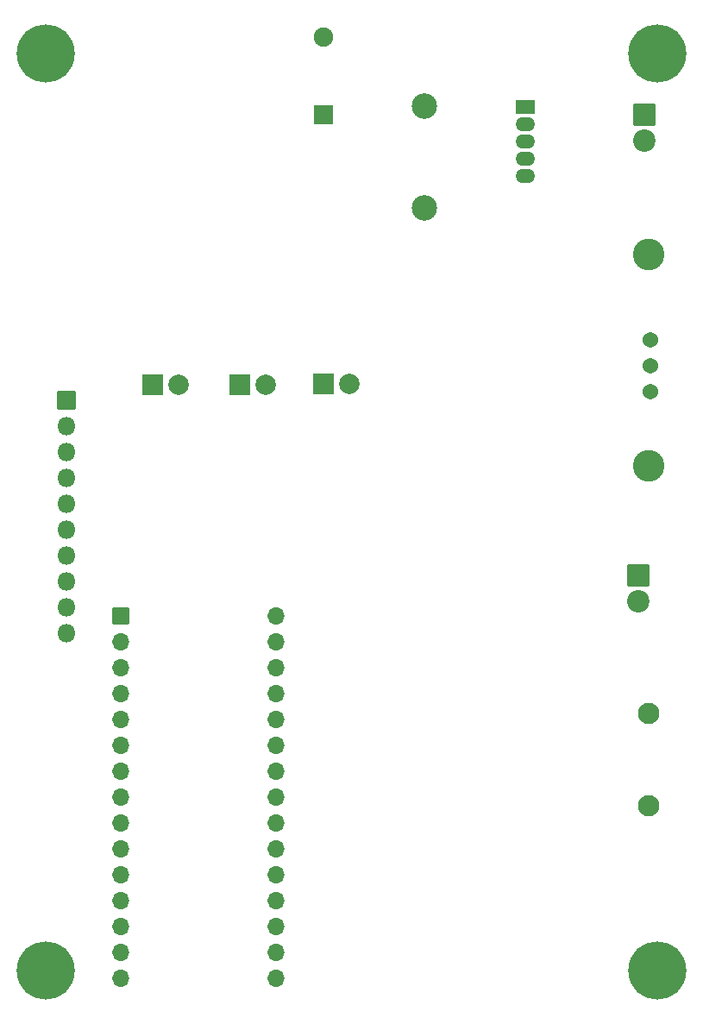
<source format=gbr>
%TF.GenerationSoftware,KiCad,Pcbnew,8.0.1*%
%TF.CreationDate,2024-04-21T18:12:41-04:00*%
%TF.ProjectId,BREAD_Slice,42524541-445f-4536-9c69-63652e6b6963,rev?*%
%TF.SameCoordinates,Original*%
%TF.FileFunction,Soldermask,Top*%
%TF.FilePolarity,Negative*%
%FSLAX46Y46*%
G04 Gerber Fmt 4.6, Leading zero omitted, Abs format (unit mm)*
G04 Created by KiCad (PCBNEW 8.0.1) date 2024-04-21 18:12:41*
%MOMM*%
%LPD*%
G01*
G04 APERTURE LIST*
G04 Aperture macros list*
%AMRoundRect*
0 Rectangle with rounded corners*
0 $1 Rounding radius*
0 $2 $3 $4 $5 $6 $7 $8 $9 X,Y pos of 4 corners*
0 Add a 4 corners polygon primitive as box body*
4,1,4,$2,$3,$4,$5,$6,$7,$8,$9,$2,$3,0*
0 Add four circle primitives for the rounded corners*
1,1,$1+$1,$2,$3*
1,1,$1+$1,$4,$5*
1,1,$1+$1,$6,$7*
1,1,$1+$1,$8,$9*
0 Add four rect primitives between the rounded corners*
20,1,$1+$1,$2,$3,$4,$5,0*
20,1,$1+$1,$4,$5,$6,$7,0*
20,1,$1+$1,$6,$7,$8,$9,0*
20,1,$1+$1,$8,$9,$2,$3,0*%
G04 Aperture macros list end*
%ADD10C,5.700000*%
%ADD11RoundRect,0.050000X-0.800000X-0.800000X0.800000X-0.800000X0.800000X0.800000X-0.800000X0.800000X0*%
%ADD12O,1.700000X1.700000*%
%ADD13RoundRect,0.050000X-0.850000X-0.850000X0.850000X-0.850000X0.850000X0.850000X-0.850000X0.850000X0*%
%ADD14O,1.800000X1.800000*%
%ADD15RoundRect,0.050000X0.950000X-1.000000X0.950000X1.000000X-0.950000X1.000000X-0.950000X-1.000000X0*%
%ADD16C,2.000000*%
%ADD17RoundRect,0.050000X0.900000X-0.900000X0.900000X0.900000X-0.900000X0.900000X-0.900000X-0.900000X0*%
%ADD18O,1.900000X1.900000*%
%ADD19RoundRect,0.050000X-1.050000X1.050000X-1.050000X-1.050000X1.050000X-1.050000X1.050000X1.050000X0*%
%ADD20C,2.200000*%
%ADD21C,2.500000*%
%ADD22C,1.540000*%
%ADD23C,2.100000*%
%ADD24C,3.100000*%
%ADD25RoundRect,0.050000X-0.900000X0.637500X-0.900000X-0.637500X0.900000X-0.637500X0.900000X0.637500X0*%
%ADD26O,1.900000X1.375000*%
G04 APERTURE END LIST*
D10*
%TO.C,H1*%
X127600000Y-44800000D03*
%TD*%
%TO.C,H2*%
X187600000Y-44800000D03*
%TD*%
%TO.C,H3*%
X127600000Y-134800000D03*
%TD*%
%TO.C,H4*%
X187600000Y-134800000D03*
%TD*%
D11*
%TO.C,A1*%
X135000000Y-100000000D03*
D12*
X135000000Y-102540000D03*
X135000000Y-105080000D03*
X135000000Y-107620000D03*
X135000000Y-110160000D03*
X135000000Y-112700000D03*
X135000000Y-115240000D03*
X135000000Y-117780000D03*
X135000000Y-120320000D03*
X135000000Y-122860000D03*
X135000000Y-125400000D03*
X135000000Y-127940000D03*
X135000000Y-130480000D03*
X135000000Y-133020000D03*
X135000000Y-135560000D03*
X150240000Y-135560000D03*
X150240000Y-133020000D03*
X150240000Y-130480000D03*
X150240000Y-127940000D03*
X150240000Y-125400000D03*
X150240000Y-122860000D03*
X150240000Y-120320000D03*
X150240000Y-117780000D03*
X150240000Y-115240000D03*
X150240000Y-112700000D03*
X150240000Y-110160000D03*
X150240000Y-107620000D03*
X150240000Y-105080000D03*
X150240000Y-102540000D03*
X150240000Y-100000000D03*
%TD*%
D13*
%TO.C,J1*%
X129600000Y-78800000D03*
D14*
X129600000Y-81340000D03*
X129600000Y-83880000D03*
X129600000Y-86420000D03*
X129600000Y-88960000D03*
X129600000Y-91500000D03*
X129600000Y-94040000D03*
X129600000Y-96580000D03*
X129600000Y-99120000D03*
X129600000Y-101660000D03*
%TD*%
D15*
%TO.C,D1*%
X138094000Y-77316000D03*
D16*
X140634000Y-77316000D03*
%TD*%
D15*
%TO.C,D2*%
X146603000Y-77316000D03*
D16*
X149143000Y-77316000D03*
%TD*%
D15*
%TO.C,D3*%
X154858000Y-77189000D03*
D16*
X157398000Y-77189000D03*
%TD*%
D17*
%TO.C,D4*%
X154858000Y-50773000D03*
D18*
X154858000Y-43153000D03*
%TD*%
D19*
%TO.C,J2*%
X186354000Y-50773000D03*
D20*
X186354000Y-53313000D03*
%TD*%
D19*
%TO.C,J3*%
X185719000Y-95985000D03*
D20*
X185719000Y-98525000D03*
%TD*%
D21*
%TO.C,L1*%
X164764000Y-59917000D03*
X164764000Y-49917000D03*
%TD*%
D22*
%TO.C,RV1*%
X186925500Y-78014500D03*
X186925500Y-75474500D03*
X186925500Y-72934500D03*
%TD*%
D23*
%TO.C,TH1*%
X186735000Y-118591000D03*
X186735000Y-109591000D03*
%TD*%
D24*
%TO.C,TP2*%
X186735000Y-85253500D03*
%TD*%
%TO.C,TP1*%
X186735000Y-64489000D03*
%TD*%
D25*
%TO.C,U1*%
X174670000Y-50011000D03*
D26*
X174670000Y-51711000D03*
X174670000Y-53411000D03*
X174670000Y-55111000D03*
X174670000Y-56811000D03*
%TD*%
M02*

</source>
